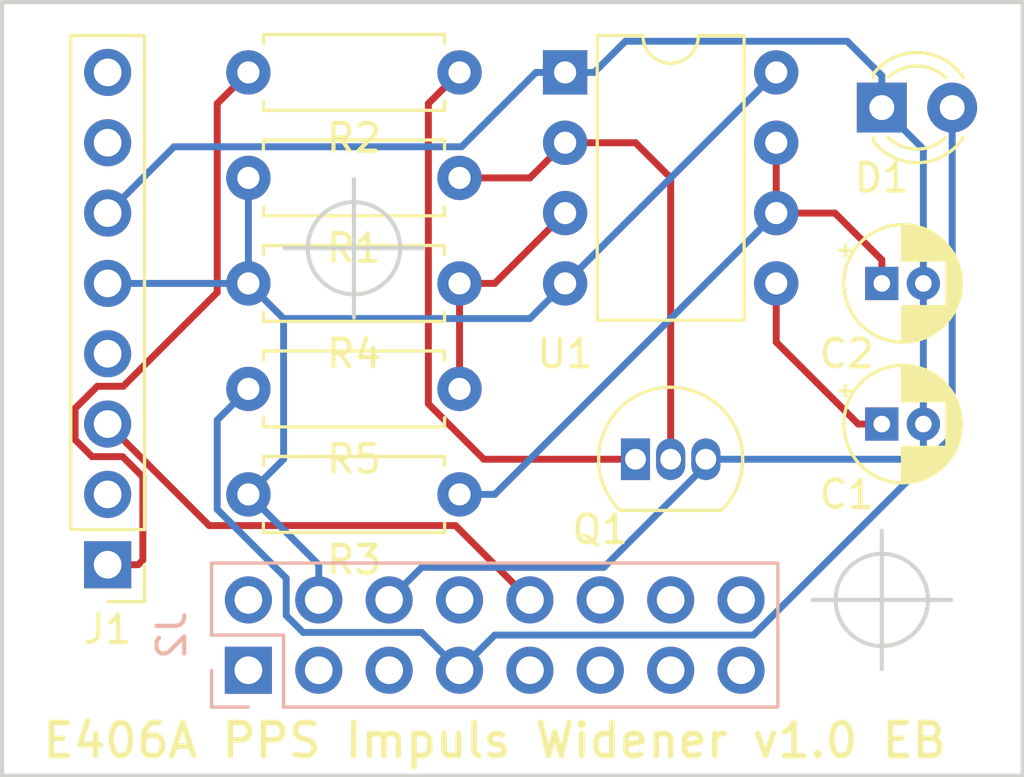
<source format=kicad_pcb>
(kicad_pcb (version 20171130) (host pcbnew 5.0.0-fee4fd1~66~ubuntu16.04.1)

  (general
    (thickness 1.6)
    (drawings 7)
    (tracks 83)
    (zones 0)
    (modules 12)
    (nets 27)
  )

  (page A4)
  (layers
    (0 F.Cu signal)
    (31 B.Cu signal)
    (32 B.Adhes user hide)
    (33 F.Adhes user hide)
    (34 B.Paste user hide)
    (35 F.Paste user hide)
    (36 B.SilkS user)
    (37 F.SilkS user)
    (38 B.Mask user)
    (39 F.Mask user)
    (40 Dwgs.User user hide)
    (41 Cmts.User user hide)
    (42 Eco1.User user hide)
    (43 Eco2.User user hide)
    (44 Edge.Cuts user)
    (45 Margin user hide)
    (46 B.CrtYd user hide)
    (47 F.CrtYd user hide)
    (48 B.Fab user hide)
    (49 F.Fab user hide)
  )

  (setup
    (last_trace_width 0.25)
    (trace_clearance 0.2)
    (zone_clearance 0.508)
    (zone_45_only no)
    (trace_min 0.2)
    (segment_width 0.2)
    (edge_width 0.15)
    (via_size 0.8)
    (via_drill 0.4)
    (via_min_size 0.4)
    (via_min_drill 0.3)
    (uvia_size 0.3)
    (uvia_drill 0.1)
    (uvias_allowed no)
    (uvia_min_size 0.2)
    (uvia_min_drill 0.1)
    (pcb_text_width 0.3)
    (pcb_text_size 1.5 1.5)
    (mod_edge_width 0.15)
    (mod_text_size 1 1)
    (mod_text_width 0.15)
    (pad_size 1.524 1.524)
    (pad_drill 0.762)
    (pad_to_mask_clearance 0.2)
    (aux_axis_origin 0 0)
    (visible_elements FFFFFF7F)
    (pcbplotparams
      (layerselection 0x010f0_ffffffff)
      (usegerberextensions false)
      (usegerberattributes false)
      (usegerberadvancedattributes false)
      (creategerberjobfile false)
      (excludeedgelayer true)
      (linewidth 0.100000)
      (plotframeref false)
      (viasonmask false)
      (mode 1)
      (useauxorigin false)
      (hpglpennumber 1)
      (hpglpenspeed 20)
      (hpglpendiameter 15.000000)
      (psnegative false)
      (psa4output false)
      (plotreference true)
      (plotvalue true)
      (plotinvisibletext false)
      (padsonsilk false)
      (subtractmaskfromsilk false)
      (outputformat 1)
      (mirror false)
      (drillshape 0)
      (scaleselection 1)
      (outputdirectory ""))
  )

  (net 0 "")
  (net 1 GND)
  (net 2 "Net-(Q1-Pad1)")
  (net 3 "Net-(J1-Pad3)")
  (net 4 VCC)
  (net 5 "Net-(C2-Pad1)")
  (net 6 "Net-(R4-Pad2)")
  (net 7 "Net-(D1-Pad2)")
  (net 8 "Net-(Q1-Pad2)")
  (net 9 "Net-(C1-Pad1)")
  (net 10 "Net-(J1-Pad2)")
  (net 11 "Net-(J1-Pad1)")
  (net 12 "Net-(J1-Pad4)")
  (net 13 "Net-(J2-Pad1)")
  (net 14 "Net-(J2-Pad2)")
  (net 15 "Net-(J2-Pad3)")
  (net 16 "Net-(J2-Pad5)")
  (net 17 "Net-(J2-Pad8)")
  (net 18 "Net-(J2-Pad9)")
  (net 19 "Net-(J2-Pad11)")
  (net 20 "Net-(J2-Pad12)")
  (net 21 "Net-(J2-Pad13)")
  (net 22 "Net-(J2-Pad14)")
  (net 23 "Net-(J2-Pad15)")
  (net 24 "Net-(J2-Pad16)")
  (net 25 "Net-(J1-Pad7)")
  (net 26 "Net-(J1-Pad8)")

  (net_class Default "This is the default net class."
    (clearance 0.2)
    (trace_width 0.25)
    (via_dia 0.8)
    (via_drill 0.4)
    (uvia_dia 0.3)
    (uvia_drill 0.1)
    (add_net GND)
    (add_net "Net-(C1-Pad1)")
    (add_net "Net-(C2-Pad1)")
    (add_net "Net-(D1-Pad2)")
    (add_net "Net-(J1-Pad1)")
    (add_net "Net-(J1-Pad2)")
    (add_net "Net-(J1-Pad3)")
    (add_net "Net-(J1-Pad4)")
    (add_net "Net-(J1-Pad7)")
    (add_net "Net-(J1-Pad8)")
    (add_net "Net-(J2-Pad1)")
    (add_net "Net-(J2-Pad11)")
    (add_net "Net-(J2-Pad12)")
    (add_net "Net-(J2-Pad13)")
    (add_net "Net-(J2-Pad14)")
    (add_net "Net-(J2-Pad15)")
    (add_net "Net-(J2-Pad16)")
    (add_net "Net-(J2-Pad2)")
    (add_net "Net-(J2-Pad3)")
    (add_net "Net-(J2-Pad5)")
    (add_net "Net-(J2-Pad8)")
    (add_net "Net-(J2-Pad9)")
    (add_net "Net-(Q1-Pad1)")
    (add_net "Net-(Q1-Pad2)")
    (add_net "Net-(R4-Pad2)")
    (add_net VCC)
  )

  (module Connector_PinSocket_2.54mm:PinSocket_2x08_P2.54mm_Vertical (layer B.Cu) (tedit 5A19A42B) (tstamp 5B965EC8)
    (at 172.72 48.26 270)
    (descr "Through hole straight socket strip, 2x08, 2.54mm pitch, double cols (from Kicad 4.0.7), script generated")
    (tags "Through hole socket strip THT 2x08 2.54mm double row")
    (path /5B7079DD)
    (fp_text reference J2 (at -1.27 2.77 270) (layer B.SilkS)
      (effects (font (size 1 1) (thickness 0.15)) (justify mirror))
    )
    (fp_text value "Raspberry Pi" (at -1.27 -20.55 270) (layer B.Fab)
      (effects (font (size 1 1) (thickness 0.15)) (justify mirror))
    )
    (fp_line (start -3.81 1.27) (end 0.27 1.27) (layer B.Fab) (width 0.1))
    (fp_line (start 0.27 1.27) (end 1.27 0.27) (layer B.Fab) (width 0.1))
    (fp_line (start 1.27 0.27) (end 1.27 -19.05) (layer B.Fab) (width 0.1))
    (fp_line (start 1.27 -19.05) (end -3.81 -19.05) (layer B.Fab) (width 0.1))
    (fp_line (start -3.81 -19.05) (end -3.81 1.27) (layer B.Fab) (width 0.1))
    (fp_line (start -3.87 1.33) (end -1.27 1.33) (layer B.SilkS) (width 0.12))
    (fp_line (start -3.87 1.33) (end -3.87 -19.11) (layer B.SilkS) (width 0.12))
    (fp_line (start -3.87 -19.11) (end 1.33 -19.11) (layer B.SilkS) (width 0.12))
    (fp_line (start 1.33 -1.27) (end 1.33 -19.11) (layer B.SilkS) (width 0.12))
    (fp_line (start -1.27 -1.27) (end 1.33 -1.27) (layer B.SilkS) (width 0.12))
    (fp_line (start -1.27 1.33) (end -1.27 -1.27) (layer B.SilkS) (width 0.12))
    (fp_line (start 1.33 1.33) (end 1.33 0) (layer B.SilkS) (width 0.12))
    (fp_line (start 0 1.33) (end 1.33 1.33) (layer B.SilkS) (width 0.12))
    (fp_line (start -4.34 1.8) (end 1.76 1.8) (layer B.CrtYd) (width 0.05))
    (fp_line (start 1.76 1.8) (end 1.76 -19.55) (layer B.CrtYd) (width 0.05))
    (fp_line (start 1.76 -19.55) (end -4.34 -19.55) (layer B.CrtYd) (width 0.05))
    (fp_line (start -4.34 -19.55) (end -4.34 1.8) (layer B.CrtYd) (width 0.05))
    (fp_text user %R (at -1.27 -8.89 180) (layer B.Fab)
      (effects (font (size 1 1) (thickness 0.15)) (justify mirror))
    )
    (pad 1 thru_hole rect (at 0 0 270) (size 1.7 1.7) (drill 1) (layers *.Cu *.Mask)
      (net 13 "Net-(J2-Pad1)"))
    (pad 2 thru_hole oval (at -2.54 0 270) (size 1.7 1.7) (drill 1) (layers *.Cu *.Mask)
      (net 14 "Net-(J2-Pad2)"))
    (pad 3 thru_hole oval (at 0 -2.54 270) (size 1.7 1.7) (drill 1) (layers *.Cu *.Mask)
      (net 15 "Net-(J2-Pad3)"))
    (pad 4 thru_hole oval (at -2.54 -2.54 270) (size 1.7 1.7) (drill 1) (layers *.Cu *.Mask)
      (net 4 VCC))
    (pad 5 thru_hole oval (at 0 -5.08 270) (size 1.7 1.7) (drill 1) (layers *.Cu *.Mask)
      (net 16 "Net-(J2-Pad5)"))
    (pad 6 thru_hole oval (at -2.54 -5.08 270) (size 1.7 1.7) (drill 1) (layers *.Cu *.Mask)
      (net 1 GND))
    (pad 7 thru_hole oval (at 0 -7.62 270) (size 1.7 1.7) (drill 1) (layers *.Cu *.Mask)
      (net 7 "Net-(D1-Pad2)"))
    (pad 8 thru_hole oval (at -2.54 -7.62 270) (size 1.7 1.7) (drill 1) (layers *.Cu *.Mask)
      (net 17 "Net-(J2-Pad8)"))
    (pad 9 thru_hole oval (at 0 -10.16 270) (size 1.7 1.7) (drill 1) (layers *.Cu *.Mask)
      (net 18 "Net-(J2-Pad9)"))
    (pad 10 thru_hole oval (at -2.54 -10.16 270) (size 1.7 1.7) (drill 1) (layers *.Cu *.Mask)
      (net 3 "Net-(J1-Pad3)"))
    (pad 11 thru_hole oval (at 0 -12.7 270) (size 1.7 1.7) (drill 1) (layers *.Cu *.Mask)
      (net 19 "Net-(J2-Pad11)"))
    (pad 12 thru_hole oval (at -2.54 -12.7 270) (size 1.7 1.7) (drill 1) (layers *.Cu *.Mask)
      (net 20 "Net-(J2-Pad12)"))
    (pad 13 thru_hole oval (at 0 -15.24 270) (size 1.7 1.7) (drill 1) (layers *.Cu *.Mask)
      (net 21 "Net-(J2-Pad13)"))
    (pad 14 thru_hole oval (at -2.54 -15.24 270) (size 1.7 1.7) (drill 1) (layers *.Cu *.Mask)
      (net 22 "Net-(J2-Pad14)"))
    (pad 15 thru_hole oval (at 0 -17.78 270) (size 1.7 1.7) (drill 1) (layers *.Cu *.Mask)
      (net 23 "Net-(J2-Pad15)"))
    (pad 16 thru_hole oval (at -2.54 -17.78 270) (size 1.7 1.7) (drill 1) (layers *.Cu *.Mask)
      (net 24 "Net-(J2-Pad16)"))
    (model ${KISYS3DMOD}/Connector_PinSocket_2.54mm.3dshapes/PinSocket_2x08_P2.54mm_Vertical.wrl
      (at (xyz 0 0 0))
      (scale (xyz 1 1 1))
      (rotate (xyz 0 0 0))
    )
  )

  (module Connector_PinHeader_2.54mm:PinHeader_1x08_P2.54mm_Vertical (layer F.Cu) (tedit 59FED5CC) (tstamp 5B9653FC)
    (at 167.64 44.45 180)
    (descr "Through hole straight pin header, 1x08, 2.54mm pitch, single row")
    (tags "Through hole pin header THT 1x08 2.54mm single row")
    (path /5B705252)
    (fp_text reference J1 (at 0 -2.33 180) (layer F.SilkS)
      (effects (font (size 1 1) (thickness 0.15)))
    )
    (fp_text value "GPS E406A" (at 0 20.11 180) (layer F.Fab)
      (effects (font (size 1 1) (thickness 0.15)))
    )
    (fp_line (start -0.635 -1.27) (end 1.27 -1.27) (layer F.Fab) (width 0.1))
    (fp_line (start 1.27 -1.27) (end 1.27 19.05) (layer F.Fab) (width 0.1))
    (fp_line (start 1.27 19.05) (end -1.27 19.05) (layer F.Fab) (width 0.1))
    (fp_line (start -1.27 19.05) (end -1.27 -0.635) (layer F.Fab) (width 0.1))
    (fp_line (start -1.27 -0.635) (end -0.635 -1.27) (layer F.Fab) (width 0.1))
    (fp_line (start -1.33 19.11) (end 1.33 19.11) (layer F.SilkS) (width 0.12))
    (fp_line (start -1.33 1.27) (end -1.33 19.11) (layer F.SilkS) (width 0.12))
    (fp_line (start 1.33 1.27) (end 1.33 19.11) (layer F.SilkS) (width 0.12))
    (fp_line (start -1.33 1.27) (end 1.33 1.27) (layer F.SilkS) (width 0.12))
    (fp_line (start -1.33 0) (end -1.33 -1.33) (layer F.SilkS) (width 0.12))
    (fp_line (start -1.33 -1.33) (end 0 -1.33) (layer F.SilkS) (width 0.12))
    (fp_line (start -1.8 -1.8) (end -1.8 19.55) (layer F.CrtYd) (width 0.05))
    (fp_line (start -1.8 19.55) (end 1.8 19.55) (layer F.CrtYd) (width 0.05))
    (fp_line (start 1.8 19.55) (end 1.8 -1.8) (layer F.CrtYd) (width 0.05))
    (fp_line (start 1.8 -1.8) (end -1.8 -1.8) (layer F.CrtYd) (width 0.05))
    (fp_text user %R (at 0 8.89 270) (layer F.Fab)
      (effects (font (size 1 1) (thickness 0.15)))
    )
    (pad 1 thru_hole rect (at 0 0 180) (size 1.7 1.7) (drill 1) (layers *.Cu *.Mask)
      (net 11 "Net-(J1-Pad1)"))
    (pad 2 thru_hole oval (at 0 2.54 180) (size 1.7 1.7) (drill 1) (layers *.Cu *.Mask)
      (net 10 "Net-(J1-Pad2)"))
    (pad 3 thru_hole oval (at 0 5.08 180) (size 1.7 1.7) (drill 1) (layers *.Cu *.Mask)
      (net 3 "Net-(J1-Pad3)"))
    (pad 4 thru_hole oval (at 0 7.62 180) (size 1.7 1.7) (drill 1) (layers *.Cu *.Mask)
      (net 12 "Net-(J1-Pad4)"))
    (pad 5 thru_hole oval (at 0 10.16 180) (size 1.7 1.7) (drill 1) (layers *.Cu *.Mask)
      (net 4 VCC))
    (pad 6 thru_hole oval (at 0 12.7 180) (size 1.7 1.7) (drill 1) (layers *.Cu *.Mask)
      (net 1 GND))
    (pad 7 thru_hole oval (at 0 15.24 180) (size 1.7 1.7) (drill 1) (layers *.Cu *.Mask)
      (net 25 "Net-(J1-Pad7)"))
    (pad 8 thru_hole oval (at 0 17.78 180) (size 1.7 1.7) (drill 1) (layers *.Cu *.Mask)
      (net 26 "Net-(J1-Pad8)"))
    (model ${KISYS3DMOD}/Connector_PinHeader_2.54mm.3dshapes/PinHeader_1x08_P2.54mm_Vertical.wrl
      (at (xyz 0 0 0))
      (scale (xyz 1 1 1))
      (rotate (xyz 0 0 0))
    )
  )

  (module Resistor_THT:R_Axial_DIN0207_L6.3mm_D2.5mm_P7.62mm_Horizontal (layer F.Cu) (tedit 5AE5139B) (tstamp 5B7C4122)
    (at 172.72 30.48)
    (descr "Resistor, Axial_DIN0207 series, Axial, Horizontal, pin pitch=7.62mm, 0.25W = 1/4W, length*diameter=6.3*2.5mm^2, http://cdn-reichelt.de/documents/datenblatt/B400/1_4W%23YAG.pdf")
    (tags "Resistor Axial_DIN0207 series Axial Horizontal pin pitch 7.62mm 0.25W = 1/4W length 6.3mm diameter 2.5mm")
    (path /5B6FCB53)
    (fp_text reference R1 (at 3.81 2.54) (layer F.SilkS)
      (effects (font (size 1 1) (thickness 0.15)))
    )
    (fp_text value 3K3 (at 3.81 2.37) (layer F.Fab)
      (effects (font (size 1 1) (thickness 0.15)))
    )
    (fp_line (start 0.66 -1.25) (end 0.66 1.25) (layer F.Fab) (width 0.1))
    (fp_line (start 0.66 1.25) (end 6.96 1.25) (layer F.Fab) (width 0.1))
    (fp_line (start 6.96 1.25) (end 6.96 -1.25) (layer F.Fab) (width 0.1))
    (fp_line (start 6.96 -1.25) (end 0.66 -1.25) (layer F.Fab) (width 0.1))
    (fp_line (start 0 0) (end 0.66 0) (layer F.Fab) (width 0.1))
    (fp_line (start 7.62 0) (end 6.96 0) (layer F.Fab) (width 0.1))
    (fp_line (start 0.54 -1.04) (end 0.54 -1.37) (layer F.SilkS) (width 0.12))
    (fp_line (start 0.54 -1.37) (end 7.08 -1.37) (layer F.SilkS) (width 0.12))
    (fp_line (start 7.08 -1.37) (end 7.08 -1.04) (layer F.SilkS) (width 0.12))
    (fp_line (start 0.54 1.04) (end 0.54 1.37) (layer F.SilkS) (width 0.12))
    (fp_line (start 0.54 1.37) (end 7.08 1.37) (layer F.SilkS) (width 0.12))
    (fp_line (start 7.08 1.37) (end 7.08 1.04) (layer F.SilkS) (width 0.12))
    (fp_line (start -1.05 -1.5) (end -1.05 1.5) (layer F.CrtYd) (width 0.05))
    (fp_line (start -1.05 1.5) (end 8.67 1.5) (layer F.CrtYd) (width 0.05))
    (fp_line (start 8.67 1.5) (end 8.67 -1.5) (layer F.CrtYd) (width 0.05))
    (fp_line (start 8.67 -1.5) (end -1.05 -1.5) (layer F.CrtYd) (width 0.05))
    (fp_text user %R (at 3.81 0) (layer F.Fab)
      (effects (font (size 1 1) (thickness 0.15)))
    )
    (pad 1 thru_hole circle (at 0 0) (size 1.6 1.6) (drill 0.8) (layers *.Cu *.Mask)
      (net 4 VCC))
    (pad 2 thru_hole oval (at 7.62 0) (size 1.6 1.6) (drill 0.8) (layers *.Cu *.Mask)
      (net 8 "Net-(Q1-Pad2)"))
    (model ${KISYS3DMOD}/Resistor_THT.3dshapes/R_Axial_DIN0207_L6.3mm_D2.5mm_P7.62mm_Horizontal.wrl
      (at (xyz 0 0 0))
      (scale (xyz 1 1 1))
      (rotate (xyz 0 0 0))
    )
  )

  (module Package_TO_SOT_THT:TO-92_Inline (layer F.Cu) (tedit 5A1DD157) (tstamp 5B7C39CF)
    (at 186.69 40.64)
    (descr "TO-92 leads in-line, narrow, oval pads, drill 0.75mm (see NXP sot054_po.pdf)")
    (tags "to-92 sc-43 sc-43a sot54 PA33 transistor")
    (path /5B6FC9ED)
    (fp_text reference Q1 (at -1.27 2.54) (layer F.SilkS)
      (effects (font (size 1 1) (thickness 0.15)))
    )
    (fp_text value 2N3904 (at 1.27 2.79) (layer F.Fab)
      (effects (font (size 1 1) (thickness 0.15)))
    )
    (fp_text user %R (at 1.27 -3.56) (layer F.Fab)
      (effects (font (size 1 1) (thickness 0.15)))
    )
    (fp_line (start -0.53 1.85) (end 3.07 1.85) (layer F.SilkS) (width 0.12))
    (fp_line (start -0.5 1.75) (end 3 1.75) (layer F.Fab) (width 0.1))
    (fp_line (start -1.46 -2.73) (end 4 -2.73) (layer F.CrtYd) (width 0.05))
    (fp_line (start -1.46 -2.73) (end -1.46 2.01) (layer F.CrtYd) (width 0.05))
    (fp_line (start 4 2.01) (end 4 -2.73) (layer F.CrtYd) (width 0.05))
    (fp_line (start 4 2.01) (end -1.46 2.01) (layer F.CrtYd) (width 0.05))
    (fp_arc (start 1.27 0) (end 1.27 -2.48) (angle 135) (layer F.Fab) (width 0.1))
    (fp_arc (start 1.27 0) (end 1.27 -2.6) (angle -135) (layer F.SilkS) (width 0.12))
    (fp_arc (start 1.27 0) (end 1.27 -2.48) (angle -135) (layer F.Fab) (width 0.1))
    (fp_arc (start 1.27 0) (end 1.27 -2.6) (angle 135) (layer F.SilkS) (width 0.12))
    (pad 2 thru_hole oval (at 1.27 0) (size 1.05 1.5) (drill 0.75) (layers *.Cu *.Mask)
      (net 8 "Net-(Q1-Pad2)"))
    (pad 3 thru_hole oval (at 2.54 0) (size 1.05 1.5) (drill 0.75) (layers *.Cu *.Mask)
      (net 1 GND))
    (pad 1 thru_hole rect (at 0 0) (size 1.05 1.5) (drill 0.75) (layers *.Cu *.Mask)
      (net 2 "Net-(Q1-Pad1)"))
    (model ${KISYS3DMOD}/Package_TO_SOT_THT.3dshapes/TO-92_Inline.wrl
      (at (xyz 0 0 0))
      (scale (xyz 1 1 1))
      (rotate (xyz 0 0 0))
    )
  )

  (module Capacitor_THT:CP_Radial_D4.0mm_P1.50mm (layer F.Cu) (tedit 5AE50EF0) (tstamp 5B7C329C)
    (at 195.58 34.29)
    (descr "CP, Radial series, Radial, pin pitch=1.50mm, , diameter=4mm, Electrolytic Capacitor")
    (tags "CP Radial series Radial pin pitch 1.50mm  diameter 4mm Electrolytic Capacitor")
    (path /5B6F8CD0)
    (fp_text reference C2 (at -1.27 2.54) (layer F.SilkS)
      (effects (font (size 1 1) (thickness 0.15)))
    )
    (fp_text value 1u (at 0.75 3.25) (layer F.Fab)
      (effects (font (size 1 1) (thickness 0.15)))
    )
    (fp_text user %R (at 0.75 0) (layer F.Fab)
      (effects (font (size 0.8 0.8) (thickness 0.12)))
    )
    (fp_line (start -1.319801 -1.395) (end -1.319801 -0.995) (layer F.SilkS) (width 0.12))
    (fp_line (start -1.519801 -1.195) (end -1.119801 -1.195) (layer F.SilkS) (width 0.12))
    (fp_line (start 2.831 -0.37) (end 2.831 0.37) (layer F.SilkS) (width 0.12))
    (fp_line (start 2.791 -0.537) (end 2.791 0.537) (layer F.SilkS) (width 0.12))
    (fp_line (start 2.751 -0.664) (end 2.751 0.664) (layer F.SilkS) (width 0.12))
    (fp_line (start 2.711 -0.768) (end 2.711 0.768) (layer F.SilkS) (width 0.12))
    (fp_line (start 2.671 -0.859) (end 2.671 0.859) (layer F.SilkS) (width 0.12))
    (fp_line (start 2.631 -0.94) (end 2.631 0.94) (layer F.SilkS) (width 0.12))
    (fp_line (start 2.591 -1.013) (end 2.591 1.013) (layer F.SilkS) (width 0.12))
    (fp_line (start 2.551 -1.08) (end 2.551 1.08) (layer F.SilkS) (width 0.12))
    (fp_line (start 2.511 -1.142) (end 2.511 1.142) (layer F.SilkS) (width 0.12))
    (fp_line (start 2.471 -1.2) (end 2.471 1.2) (layer F.SilkS) (width 0.12))
    (fp_line (start 2.431 -1.254) (end 2.431 1.254) (layer F.SilkS) (width 0.12))
    (fp_line (start 2.391 -1.304) (end 2.391 1.304) (layer F.SilkS) (width 0.12))
    (fp_line (start 2.351 -1.351) (end 2.351 1.351) (layer F.SilkS) (width 0.12))
    (fp_line (start 2.311 0.84) (end 2.311 1.396) (layer F.SilkS) (width 0.12))
    (fp_line (start 2.311 -1.396) (end 2.311 -0.84) (layer F.SilkS) (width 0.12))
    (fp_line (start 2.271 0.84) (end 2.271 1.438) (layer F.SilkS) (width 0.12))
    (fp_line (start 2.271 -1.438) (end 2.271 -0.84) (layer F.SilkS) (width 0.12))
    (fp_line (start 2.231 0.84) (end 2.231 1.478) (layer F.SilkS) (width 0.12))
    (fp_line (start 2.231 -1.478) (end 2.231 -0.84) (layer F.SilkS) (width 0.12))
    (fp_line (start 2.191 0.84) (end 2.191 1.516) (layer F.SilkS) (width 0.12))
    (fp_line (start 2.191 -1.516) (end 2.191 -0.84) (layer F.SilkS) (width 0.12))
    (fp_line (start 2.151 0.84) (end 2.151 1.552) (layer F.SilkS) (width 0.12))
    (fp_line (start 2.151 -1.552) (end 2.151 -0.84) (layer F.SilkS) (width 0.12))
    (fp_line (start 2.111 0.84) (end 2.111 1.587) (layer F.SilkS) (width 0.12))
    (fp_line (start 2.111 -1.587) (end 2.111 -0.84) (layer F.SilkS) (width 0.12))
    (fp_line (start 2.071 0.84) (end 2.071 1.619) (layer F.SilkS) (width 0.12))
    (fp_line (start 2.071 -1.619) (end 2.071 -0.84) (layer F.SilkS) (width 0.12))
    (fp_line (start 2.031 0.84) (end 2.031 1.65) (layer F.SilkS) (width 0.12))
    (fp_line (start 2.031 -1.65) (end 2.031 -0.84) (layer F.SilkS) (width 0.12))
    (fp_line (start 1.991 0.84) (end 1.991 1.68) (layer F.SilkS) (width 0.12))
    (fp_line (start 1.991 -1.68) (end 1.991 -0.84) (layer F.SilkS) (width 0.12))
    (fp_line (start 1.951 0.84) (end 1.951 1.708) (layer F.SilkS) (width 0.12))
    (fp_line (start 1.951 -1.708) (end 1.951 -0.84) (layer F.SilkS) (width 0.12))
    (fp_line (start 1.911 0.84) (end 1.911 1.735) (layer F.SilkS) (width 0.12))
    (fp_line (start 1.911 -1.735) (end 1.911 -0.84) (layer F.SilkS) (width 0.12))
    (fp_line (start 1.871 0.84) (end 1.871 1.76) (layer F.SilkS) (width 0.12))
    (fp_line (start 1.871 -1.76) (end 1.871 -0.84) (layer F.SilkS) (width 0.12))
    (fp_line (start 1.831 0.84) (end 1.831 1.785) (layer F.SilkS) (width 0.12))
    (fp_line (start 1.831 -1.785) (end 1.831 -0.84) (layer F.SilkS) (width 0.12))
    (fp_line (start 1.791 0.84) (end 1.791 1.808) (layer F.SilkS) (width 0.12))
    (fp_line (start 1.791 -1.808) (end 1.791 -0.84) (layer F.SilkS) (width 0.12))
    (fp_line (start 1.751 0.84) (end 1.751 1.83) (layer F.SilkS) (width 0.12))
    (fp_line (start 1.751 -1.83) (end 1.751 -0.84) (layer F.SilkS) (width 0.12))
    (fp_line (start 1.711 0.84) (end 1.711 1.851) (layer F.SilkS) (width 0.12))
    (fp_line (start 1.711 -1.851) (end 1.711 -0.84) (layer F.SilkS) (width 0.12))
    (fp_line (start 1.671 0.84) (end 1.671 1.87) (layer F.SilkS) (width 0.12))
    (fp_line (start 1.671 -1.87) (end 1.671 -0.84) (layer F.SilkS) (width 0.12))
    (fp_line (start 1.631 0.84) (end 1.631 1.889) (layer F.SilkS) (width 0.12))
    (fp_line (start 1.631 -1.889) (end 1.631 -0.84) (layer F.SilkS) (width 0.12))
    (fp_line (start 1.591 0.84) (end 1.591 1.907) (layer F.SilkS) (width 0.12))
    (fp_line (start 1.591 -1.907) (end 1.591 -0.84) (layer F.SilkS) (width 0.12))
    (fp_line (start 1.551 0.84) (end 1.551 1.924) (layer F.SilkS) (width 0.12))
    (fp_line (start 1.551 -1.924) (end 1.551 -0.84) (layer F.SilkS) (width 0.12))
    (fp_line (start 1.511 0.84) (end 1.511 1.94) (layer F.SilkS) (width 0.12))
    (fp_line (start 1.511 -1.94) (end 1.511 -0.84) (layer F.SilkS) (width 0.12))
    (fp_line (start 1.471 0.84) (end 1.471 1.954) (layer F.SilkS) (width 0.12))
    (fp_line (start 1.471 -1.954) (end 1.471 -0.84) (layer F.SilkS) (width 0.12))
    (fp_line (start 1.43 0.84) (end 1.43 1.968) (layer F.SilkS) (width 0.12))
    (fp_line (start 1.43 -1.968) (end 1.43 -0.84) (layer F.SilkS) (width 0.12))
    (fp_line (start 1.39 0.84) (end 1.39 1.982) (layer F.SilkS) (width 0.12))
    (fp_line (start 1.39 -1.982) (end 1.39 -0.84) (layer F.SilkS) (width 0.12))
    (fp_line (start 1.35 0.84) (end 1.35 1.994) (layer F.SilkS) (width 0.12))
    (fp_line (start 1.35 -1.994) (end 1.35 -0.84) (layer F.SilkS) (width 0.12))
    (fp_line (start 1.31 0.84) (end 1.31 2.005) (layer F.SilkS) (width 0.12))
    (fp_line (start 1.31 -2.005) (end 1.31 -0.84) (layer F.SilkS) (width 0.12))
    (fp_line (start 1.27 0.84) (end 1.27 2.016) (layer F.SilkS) (width 0.12))
    (fp_line (start 1.27 -2.016) (end 1.27 -0.84) (layer F.SilkS) (width 0.12))
    (fp_line (start 1.23 0.84) (end 1.23 2.025) (layer F.SilkS) (width 0.12))
    (fp_line (start 1.23 -2.025) (end 1.23 -0.84) (layer F.SilkS) (width 0.12))
    (fp_line (start 1.19 0.84) (end 1.19 2.034) (layer F.SilkS) (width 0.12))
    (fp_line (start 1.19 -2.034) (end 1.19 -0.84) (layer F.SilkS) (width 0.12))
    (fp_line (start 1.15 0.84) (end 1.15 2.042) (layer F.SilkS) (width 0.12))
    (fp_line (start 1.15 -2.042) (end 1.15 -0.84) (layer F.SilkS) (width 0.12))
    (fp_line (start 1.11 0.84) (end 1.11 2.05) (layer F.SilkS) (width 0.12))
    (fp_line (start 1.11 -2.05) (end 1.11 -0.84) (layer F.SilkS) (width 0.12))
    (fp_line (start 1.07 0.84) (end 1.07 2.056) (layer F.SilkS) (width 0.12))
    (fp_line (start 1.07 -2.056) (end 1.07 -0.84) (layer F.SilkS) (width 0.12))
    (fp_line (start 1.03 0.84) (end 1.03 2.062) (layer F.SilkS) (width 0.12))
    (fp_line (start 1.03 -2.062) (end 1.03 -0.84) (layer F.SilkS) (width 0.12))
    (fp_line (start 0.99 0.84) (end 0.99 2.067) (layer F.SilkS) (width 0.12))
    (fp_line (start 0.99 -2.067) (end 0.99 -0.84) (layer F.SilkS) (width 0.12))
    (fp_line (start 0.95 0.84) (end 0.95 2.071) (layer F.SilkS) (width 0.12))
    (fp_line (start 0.95 -2.071) (end 0.95 -0.84) (layer F.SilkS) (width 0.12))
    (fp_line (start 0.91 0.84) (end 0.91 2.074) (layer F.SilkS) (width 0.12))
    (fp_line (start 0.91 -2.074) (end 0.91 -0.84) (layer F.SilkS) (width 0.12))
    (fp_line (start 0.87 0.84) (end 0.87 2.077) (layer F.SilkS) (width 0.12))
    (fp_line (start 0.87 -2.077) (end 0.87 -0.84) (layer F.SilkS) (width 0.12))
    (fp_line (start 0.83 -2.079) (end 0.83 -0.84) (layer F.SilkS) (width 0.12))
    (fp_line (start 0.83 0.84) (end 0.83 2.079) (layer F.SilkS) (width 0.12))
    (fp_line (start 0.79 -2.08) (end 0.79 -0.84) (layer F.SilkS) (width 0.12))
    (fp_line (start 0.79 0.84) (end 0.79 2.08) (layer F.SilkS) (width 0.12))
    (fp_line (start 0.75 -2.08) (end 0.75 -0.84) (layer F.SilkS) (width 0.12))
    (fp_line (start 0.75 0.84) (end 0.75 2.08) (layer F.SilkS) (width 0.12))
    (fp_line (start -0.752554 -1.0675) (end -0.752554 -0.6675) (layer F.Fab) (width 0.1))
    (fp_line (start -0.952554 -0.8675) (end -0.552554 -0.8675) (layer F.Fab) (width 0.1))
    (fp_circle (center 0.75 0) (end 3 0) (layer F.CrtYd) (width 0.05))
    (fp_circle (center 0.75 0) (end 2.87 0) (layer F.SilkS) (width 0.12))
    (fp_circle (center 0.75 0) (end 2.75 0) (layer F.Fab) (width 0.1))
    (pad 2 thru_hole circle (at 1.5 0) (size 1.2 1.2) (drill 0.6) (layers *.Cu *.Mask)
      (net 1 GND))
    (pad 1 thru_hole rect (at 0 0) (size 1.2 1.2) (drill 0.6) (layers *.Cu *.Mask)
      (net 5 "Net-(C2-Pad1)"))
    (model ${KISYS3DMOD}/Capacitor_THT.3dshapes/CP_Radial_D4.0mm_P1.50mm.wrl
      (at (xyz 0 0 0))
      (scale (xyz 1 1 1))
      (rotate (xyz 0 0 0))
    )
  )

  (module Capacitor_THT:CP_Radial_D4.0mm_P1.50mm (layer F.Cu) (tedit 5AE50EF0) (tstamp 5B7C3231)
    (at 195.58 39.37)
    (descr "CP, Radial series, Radial, pin pitch=1.50mm, , diameter=4mm, Electrolytic Capacitor")
    (tags "CP Radial series Radial pin pitch 1.50mm  diameter 4mm Electrolytic Capacitor")
    (path /5B6F8D6C)
    (fp_text reference C1 (at -1.27 2.54) (layer F.SilkS)
      (effects (font (size 1 1) (thickness 0.15)))
    )
    (fp_text value 1u (at 0.75 3.25) (layer F.Fab)
      (effects (font (size 1 1) (thickness 0.15)))
    )
    (fp_circle (center 0.75 0) (end 2.75 0) (layer F.Fab) (width 0.1))
    (fp_circle (center 0.75 0) (end 2.87 0) (layer F.SilkS) (width 0.12))
    (fp_circle (center 0.75 0) (end 3 0) (layer F.CrtYd) (width 0.05))
    (fp_line (start -0.952554 -0.8675) (end -0.552554 -0.8675) (layer F.Fab) (width 0.1))
    (fp_line (start -0.752554 -1.0675) (end -0.752554 -0.6675) (layer F.Fab) (width 0.1))
    (fp_line (start 0.75 0.84) (end 0.75 2.08) (layer F.SilkS) (width 0.12))
    (fp_line (start 0.75 -2.08) (end 0.75 -0.84) (layer F.SilkS) (width 0.12))
    (fp_line (start 0.79 0.84) (end 0.79 2.08) (layer F.SilkS) (width 0.12))
    (fp_line (start 0.79 -2.08) (end 0.79 -0.84) (layer F.SilkS) (width 0.12))
    (fp_line (start 0.83 0.84) (end 0.83 2.079) (layer F.SilkS) (width 0.12))
    (fp_line (start 0.83 -2.079) (end 0.83 -0.84) (layer F.SilkS) (width 0.12))
    (fp_line (start 0.87 -2.077) (end 0.87 -0.84) (layer F.SilkS) (width 0.12))
    (fp_line (start 0.87 0.84) (end 0.87 2.077) (layer F.SilkS) (width 0.12))
    (fp_line (start 0.91 -2.074) (end 0.91 -0.84) (layer F.SilkS) (width 0.12))
    (fp_line (start 0.91 0.84) (end 0.91 2.074) (layer F.SilkS) (width 0.12))
    (fp_line (start 0.95 -2.071) (end 0.95 -0.84) (layer F.SilkS) (width 0.12))
    (fp_line (start 0.95 0.84) (end 0.95 2.071) (layer F.SilkS) (width 0.12))
    (fp_line (start 0.99 -2.067) (end 0.99 -0.84) (layer F.SilkS) (width 0.12))
    (fp_line (start 0.99 0.84) (end 0.99 2.067) (layer F.SilkS) (width 0.12))
    (fp_line (start 1.03 -2.062) (end 1.03 -0.84) (layer F.SilkS) (width 0.12))
    (fp_line (start 1.03 0.84) (end 1.03 2.062) (layer F.SilkS) (width 0.12))
    (fp_line (start 1.07 -2.056) (end 1.07 -0.84) (layer F.SilkS) (width 0.12))
    (fp_line (start 1.07 0.84) (end 1.07 2.056) (layer F.SilkS) (width 0.12))
    (fp_line (start 1.11 -2.05) (end 1.11 -0.84) (layer F.SilkS) (width 0.12))
    (fp_line (start 1.11 0.84) (end 1.11 2.05) (layer F.SilkS) (width 0.12))
    (fp_line (start 1.15 -2.042) (end 1.15 -0.84) (layer F.SilkS) (width 0.12))
    (fp_line (start 1.15 0.84) (end 1.15 2.042) (layer F.SilkS) (width 0.12))
    (fp_line (start 1.19 -2.034) (end 1.19 -0.84) (layer F.SilkS) (width 0.12))
    (fp_line (start 1.19 0.84) (end 1.19 2.034) (layer F.SilkS) (width 0.12))
    (fp_line (start 1.23 -2.025) (end 1.23 -0.84) (layer F.SilkS) (width 0.12))
    (fp_line (start 1.23 0.84) (end 1.23 2.025) (layer F.SilkS) (width 0.12))
    (fp_line (start 1.27 -2.016) (end 1.27 -0.84) (layer F.SilkS) (width 0.12))
    (fp_line (start 1.27 0.84) (end 1.27 2.016) (layer F.SilkS) (width 0.12))
    (fp_line (start 1.31 -2.005) (end 1.31 -0.84) (layer F.SilkS) (width 0.12))
    (fp_line (start 1.31 0.84) (end 1.31 2.005) (layer F.SilkS) (width 0.12))
    (fp_line (start 1.35 -1.994) (end 1.35 -0.84) (layer F.SilkS) (width 0.12))
    (fp_line (start 1.35 0.84) (end 1.35 1.994) (layer F.SilkS) (width 0.12))
    (fp_line (start 1.39 -1.982) (end 1.39 -0.84) (layer F.SilkS) (width 0.12))
    (fp_line (start 1.39 0.84) (end 1.39 1.982) (layer F.SilkS) (width 0.12))
    (fp_line (start 1.43 -1.968) (end 1.43 -0.84) (layer F.SilkS) (width 0.12))
    (fp_line (start 1.43 0.84) (end 1.43 1.968) (layer F.SilkS) (width 0.12))
    (fp_line (start 1.471 -1.954) (end 1.471 -0.84) (layer F.SilkS) (width 0.12))
    (fp_line (start 1.471 0.84) (end 1.471 1.954) (layer F.SilkS) (width 0.12))
    (fp_line (start 1.511 -1.94) (end 1.511 -0.84) (layer F.SilkS) (width 0.12))
    (fp_line (start 1.511 0.84) (end 1.511 1.94) (layer F.SilkS) (width 0.12))
    (fp_line (start 1.551 -1.924) (end 1.551 -0.84) (layer F.SilkS) (width 0.12))
    (fp_line (start 1.551 0.84) (end 1.551 1.924) (layer F.SilkS) (width 0.12))
    (fp_line (start 1.591 -1.907) (end 1.591 -0.84) (layer F.SilkS) (width 0.12))
    (fp_line (start 1.591 0.84) (end 1.591 1.907) (layer F.SilkS) (width 0.12))
    (fp_line (start 1.631 -1.889) (end 1.631 -0.84) (layer F.SilkS) (width 0.12))
    (fp_line (start 1.631 0.84) (end 1.631 1.889) (layer F.SilkS) (width 0.12))
    (fp_line (start 1.671 -1.87) (end 1.671 -0.84) (layer F.SilkS) (width 0.12))
    (fp_line (start 1.671 0.84) (end 1.671 1.87) (layer F.SilkS) (width 0.12))
    (fp_line (start 1.711 -1.851) (end 1.711 -0.84) (layer F.SilkS) (width 0.12))
    (fp_line (start 1.711 0.84) (end 1.711 1.851) (layer F.SilkS) (width 0.12))
    (fp_line (start 1.751 -1.83) (end 1.751 -0.84) (layer F.SilkS) (width 0.12))
    (fp_line (start 1.751 0.84) (end 1.751 1.83) (layer F.SilkS) (width 0.12))
    (fp_line (start 1.791 -1.808) (end 1.791 -0.84) (layer F.SilkS) (width 0.12))
    (fp_line (start 1.791 0.84) (end 1.791 1.808) (layer F.SilkS) (width 0.12))
    (fp_line (start 1.831 -1.785) (end 1.831 -0.84) (layer F.SilkS) (width 0.12))
    (fp_line (start 1.831 0.84) (end 1.831 1.785) (layer F.SilkS) (width 0.12))
    (fp_line (start 1.871 -1.76) (end 1.871 -0.84) (layer F.SilkS) (width 0.12))
    (fp_line (start 1.871 0.84) (end 1.871 1.76) (layer F.SilkS) (width 0.12))
    (fp_line (start 1.911 -1.735) (end 1.911 -0.84) (layer F.SilkS) (width 0.12))
    (fp_line (start 1.911 0.84) (end 1.911 1.735) (layer F.SilkS) (width 0.12))
    (fp_line (start 1.951 -1.708) (end 1.951 -0.84) (layer F.SilkS) (width 0.12))
    (fp_line (start 1.951 0.84) (end 1.951 1.708) (layer F.SilkS) (width 0.12))
    (fp_line (start 1.991 -1.68) (end 1.991 -0.84) (layer F.SilkS) (width 0.12))
    (fp_line (start 1.991 0.84) (end 1.991 1.68) (layer F.SilkS) (width 0.12))
    (fp_line (start 2.031 -1.65) (end 2.031 -0.84) (layer F.SilkS) (width 0.12))
    (fp_line (start 2.031 0.84) (end 2.031 1.65) (layer F.SilkS) (width 0.12))
    (fp_line (start 2.071 -1.619) (end 2.071 -0.84) (layer F.SilkS) (width 0.12))
    (fp_line (start 2.071 0.84) (end 2.071 1.619) (layer F.SilkS) (width 0.12))
    (fp_line (start 2.111 -1.587) (end 2.111 -0.84) (layer F.SilkS) (width 0.12))
    (fp_line (start 2.111 0.84) (end 2.111 1.587) (layer F.SilkS) (width 0.12))
    (fp_line (start 2.151 -1.552) (end 2.151 -0.84) (layer F.SilkS) (width 0.12))
    (fp_line (start 2.151 0.84) (end 2.151 1.552) (layer F.SilkS) (width 0.12))
    (fp_line (start 2.191 -1.516) (end 2.191 -0.84) (layer F.SilkS) (width 0.12))
    (fp_line (start 2.191 0.84) (end 2.191 1.516) (layer F.SilkS) (width 0.12))
    (fp_line (start 2.231 -1.478) (end 2.231 -0.84) (layer F.SilkS) (width 0.12))
    (fp_line (start 2.231 0.84) (end 2.231 1.478) (layer F.SilkS) (width 0.12))
    (fp_line (start 2.271 -1.438) (end 2.271 -0.84) (layer F.SilkS) (width 0.12))
    (fp_line (start 2.271 0.84) (end 2.271 1.438) (layer F.SilkS) (width 0.12))
    (fp_line (start 2.311 -1.396) (end 2.311 -0.84) (layer F.SilkS) (width 0.12))
    (fp_line (start 2.311 0.84) (end 2.311 1.396) (layer F.SilkS) (width 0.12))
    (fp_line (start 2.351 -1.351) (end 2.351 1.351) (layer F.SilkS) (width 0.12))
    (fp_line (start 2.391 -1.304) (end 2.391 1.304) (layer F.SilkS) (width 0.12))
    (fp_line (start 2.431 -1.254) (end 2.431 1.254) (layer F.SilkS) (width 0.12))
    (fp_line (start 2.471 -1.2) (end 2.471 1.2) (layer F.SilkS) (width 0.12))
    (fp_line (start 2.511 -1.142) (end 2.511 1.142) (layer F.SilkS) (width 0.12))
    (fp_line (start 2.551 -1.08) (end 2.551 1.08) (layer F.SilkS) (width 0.12))
    (fp_line (start 2.591 -1.013) (end 2.591 1.013) (layer F.SilkS) (width 0.12))
    (fp_line (start 2.631 -0.94) (end 2.631 0.94) (layer F.SilkS) (width 0.12))
    (fp_line (start 2.671 -0.859) (end 2.671 0.859) (layer F.SilkS) (width 0.12))
    (fp_line (start 2.711 -0.768) (end 2.711 0.768) (layer F.SilkS) (width 0.12))
    (fp_line (start 2.751 -0.664) (end 2.751 0.664) (layer F.SilkS) (width 0.12))
    (fp_line (start 2.791 -0.537) (end 2.791 0.537) (layer F.SilkS) (width 0.12))
    (fp_line (start 2.831 -0.37) (end 2.831 0.37) (layer F.SilkS) (width 0.12))
    (fp_line (start -1.519801 -1.195) (end -1.119801 -1.195) (layer F.SilkS) (width 0.12))
    (fp_line (start -1.319801 -1.395) (end -1.319801 -0.995) (layer F.SilkS) (width 0.12))
    (fp_text user %R (at 0.75 0) (layer F.Fab)
      (effects (font (size 0.8 0.8) (thickness 0.12)))
    )
    (pad 1 thru_hole rect (at 0 0) (size 1.2 1.2) (drill 0.6) (layers *.Cu *.Mask)
      (net 9 "Net-(C1-Pad1)"))
    (pad 2 thru_hole circle (at 1.5 0) (size 1.2 1.2) (drill 0.6) (layers *.Cu *.Mask)
      (net 1 GND))
    (model ${KISYS3DMOD}/Capacitor_THT.3dshapes/CP_Radial_D4.0mm_P1.50mm.wrl
      (at (xyz 0 0 0))
      (scale (xyz 1 1 1))
      (rotate (xyz 0 0 0))
    )
  )

  (module LED_THT:LED_D3.0mm (layer F.Cu) (tedit 587A3A7B) (tstamp 5B7C313C)
    (at 195.58 27.94)
    (descr "LED, diameter 3.0mm, 2 pins")
    (tags "LED diameter 3.0mm 2 pins")
    (path /5B6FBF43)
    (fp_text reference D1 (at 0 2.54) (layer F.SilkS)
      (effects (font (size 1 1) (thickness 0.15)))
    )
    (fp_text value LED (at 1.27 2.96) (layer F.Fab)
      (effects (font (size 1 1) (thickness 0.15)))
    )
    (fp_arc (start 1.27 0) (end -0.23 -1.16619) (angle 284.3) (layer F.Fab) (width 0.1))
    (fp_arc (start 1.27 0) (end -0.29 -1.235516) (angle 108.8) (layer F.SilkS) (width 0.12))
    (fp_arc (start 1.27 0) (end -0.29 1.235516) (angle -108.8) (layer F.SilkS) (width 0.12))
    (fp_arc (start 1.27 0) (end 0.229039 -1.08) (angle 87.9) (layer F.SilkS) (width 0.12))
    (fp_arc (start 1.27 0) (end 0.229039 1.08) (angle -87.9) (layer F.SilkS) (width 0.12))
    (fp_circle (center 1.27 0) (end 2.77 0) (layer F.Fab) (width 0.1))
    (fp_line (start -0.23 -1.16619) (end -0.23 1.16619) (layer F.Fab) (width 0.1))
    (fp_line (start -0.29 -1.236) (end -0.29 -1.08) (layer F.SilkS) (width 0.12))
    (fp_line (start -0.29 1.08) (end -0.29 1.236) (layer F.SilkS) (width 0.12))
    (fp_line (start -1.15 -2.25) (end -1.15 2.25) (layer F.CrtYd) (width 0.05))
    (fp_line (start -1.15 2.25) (end 3.7 2.25) (layer F.CrtYd) (width 0.05))
    (fp_line (start 3.7 2.25) (end 3.7 -2.25) (layer F.CrtYd) (width 0.05))
    (fp_line (start 3.7 -2.25) (end -1.15 -2.25) (layer F.CrtYd) (width 0.05))
    (pad 1 thru_hole rect (at 0 0) (size 1.8 1.8) (drill 0.9) (layers *.Cu *.Mask)
      (net 1 GND))
    (pad 2 thru_hole circle (at 2.54 0) (size 1.8 1.8) (drill 0.9) (layers *.Cu *.Mask)
      (net 7 "Net-(D1-Pad2)"))
    (model ${KISYS3DMOD}/LED_THT.3dshapes/LED_D3.0mm.wrl
      (at (xyz 0 0 0))
      (scale (xyz 1 1 1))
      (rotate (xyz 0 0 0))
    )
  )

  (module Resistor_THT:R_Axial_DIN0207_L6.3mm_D2.5mm_P7.62mm_Horizontal (layer F.Cu) (tedit 5AE5139B) (tstamp 5B7C30D9)
    (at 172.72 38.1)
    (descr "Resistor, Axial_DIN0207 series, Axial, Horizontal, pin pitch=7.62mm, 0.25W = 1/4W, length*diameter=6.3*2.5mm^2, http://cdn-reichelt.de/documents/datenblatt/B400/1_4W%23YAG.pdf")
    (tags "Resistor Axial_DIN0207 series Axial Horizontal pin pitch 7.62mm 0.25W = 1/4W length 6.3mm diameter 2.5mm")
    (path /5B6FA17E)
    (fp_text reference R5 (at 3.81 2.54) (layer F.SilkS)
      (effects (font (size 1 1) (thickness 0.15)))
    )
    (fp_text value 330R (at 3.81 2.37) (layer F.Fab)
      (effects (font (size 1 1) (thickness 0.15)))
    )
    (fp_text user %R (at 3.81 0) (layer F.Fab)
      (effects (font (size 1 1) (thickness 0.15)))
    )
    (fp_line (start 8.67 -1.5) (end -1.05 -1.5) (layer F.CrtYd) (width 0.05))
    (fp_line (start 8.67 1.5) (end 8.67 -1.5) (layer F.CrtYd) (width 0.05))
    (fp_line (start -1.05 1.5) (end 8.67 1.5) (layer F.CrtYd) (width 0.05))
    (fp_line (start -1.05 -1.5) (end -1.05 1.5) (layer F.CrtYd) (width 0.05))
    (fp_line (start 7.08 1.37) (end 7.08 1.04) (layer F.SilkS) (width 0.12))
    (fp_line (start 0.54 1.37) (end 7.08 1.37) (layer F.SilkS) (width 0.12))
    (fp_line (start 0.54 1.04) (end 0.54 1.37) (layer F.SilkS) (width 0.12))
    (fp_line (start 7.08 -1.37) (end 7.08 -1.04) (layer F.SilkS) (width 0.12))
    (fp_line (start 0.54 -1.37) (end 7.08 -1.37) (layer F.SilkS) (width 0.12))
    (fp_line (start 0.54 -1.04) (end 0.54 -1.37) (layer F.SilkS) (width 0.12))
    (fp_line (start 7.62 0) (end 6.96 0) (layer F.Fab) (width 0.1))
    (fp_line (start 0 0) (end 0.66 0) (layer F.Fab) (width 0.1))
    (fp_line (start 6.96 -1.25) (end 0.66 -1.25) (layer F.Fab) (width 0.1))
    (fp_line (start 6.96 1.25) (end 6.96 -1.25) (layer F.Fab) (width 0.1))
    (fp_line (start 0.66 1.25) (end 6.96 1.25) (layer F.Fab) (width 0.1))
    (fp_line (start 0.66 -1.25) (end 0.66 1.25) (layer F.Fab) (width 0.1))
    (pad 2 thru_hole oval (at 7.62 0) (size 1.6 1.6) (drill 0.8) (layers *.Cu *.Mask)
      (net 6 "Net-(R4-Pad2)"))
    (pad 1 thru_hole circle (at 0 0) (size 1.6 1.6) (drill 0.8) (layers *.Cu *.Mask)
      (net 7 "Net-(D1-Pad2)"))
    (model ${KISYS3DMOD}/Resistor_THT.3dshapes/R_Axial_DIN0207_L6.3mm_D2.5mm_P7.62mm_Horizontal.wrl
      (at (xyz 0 0 0))
      (scale (xyz 1 1 1))
      (rotate (xyz 0 0 0))
    )
  )

  (module Resistor_THT:R_Axial_DIN0207_L6.3mm_D2.5mm_P7.62mm_Horizontal (layer F.Cu) (tedit 5AE5139B) (tstamp 5B7C30C2)
    (at 172.72 34.29)
    (descr "Resistor, Axial_DIN0207 series, Axial, Horizontal, pin pitch=7.62mm, 0.25W = 1/4W, length*diameter=6.3*2.5mm^2, http://cdn-reichelt.de/documents/datenblatt/B400/1_4W%23YAG.pdf")
    (tags "Resistor Axial_DIN0207 series Axial Horizontal pin pitch 7.62mm 0.25W = 1/4W length 6.3mm diameter 2.5mm")
    (path /5B6FA0AD)
    (fp_text reference R4 (at 3.81 2.54) (layer F.SilkS)
      (effects (font (size 1 1) (thickness 0.15)))
    )
    (fp_text value 100K (at 3.81 2.37) (layer F.Fab)
      (effects (font (size 1 1) (thickness 0.15)))
    )
    (fp_line (start 0.66 -1.25) (end 0.66 1.25) (layer F.Fab) (width 0.1))
    (fp_line (start 0.66 1.25) (end 6.96 1.25) (layer F.Fab) (width 0.1))
    (fp_line (start 6.96 1.25) (end 6.96 -1.25) (layer F.Fab) (width 0.1))
    (fp_line (start 6.96 -1.25) (end 0.66 -1.25) (layer F.Fab) (width 0.1))
    (fp_line (start 0 0) (end 0.66 0) (layer F.Fab) (width 0.1))
    (fp_line (start 7.62 0) (end 6.96 0) (layer F.Fab) (width 0.1))
    (fp_line (start 0.54 -1.04) (end 0.54 -1.37) (layer F.SilkS) (width 0.12))
    (fp_line (start 0.54 -1.37) (end 7.08 -1.37) (layer F.SilkS) (width 0.12))
    (fp_line (start 7.08 -1.37) (end 7.08 -1.04) (layer F.SilkS) (width 0.12))
    (fp_line (start 0.54 1.04) (end 0.54 1.37) (layer F.SilkS) (width 0.12))
    (fp_line (start 0.54 1.37) (end 7.08 1.37) (layer F.SilkS) (width 0.12))
    (fp_line (start 7.08 1.37) (end 7.08 1.04) (layer F.SilkS) (width 0.12))
    (fp_line (start -1.05 -1.5) (end -1.05 1.5) (layer F.CrtYd) (width 0.05))
    (fp_line (start -1.05 1.5) (end 8.67 1.5) (layer F.CrtYd) (width 0.05))
    (fp_line (start 8.67 1.5) (end 8.67 -1.5) (layer F.CrtYd) (width 0.05))
    (fp_line (start 8.67 -1.5) (end -1.05 -1.5) (layer F.CrtYd) (width 0.05))
    (fp_text user %R (at 3.81 0) (layer F.Fab)
      (effects (font (size 1 1) (thickness 0.15)))
    )
    (pad 1 thru_hole circle (at 0 0) (size 1.6 1.6) (drill 0.8) (layers *.Cu *.Mask)
      (net 4 VCC))
    (pad 2 thru_hole oval (at 7.62 0) (size 1.6 1.6) (drill 0.8) (layers *.Cu *.Mask)
      (net 6 "Net-(R4-Pad2)"))
    (model ${KISYS3DMOD}/Resistor_THT.3dshapes/R_Axial_DIN0207_L6.3mm_D2.5mm_P7.62mm_Horizontal.wrl
      (at (xyz 0 0 0))
      (scale (xyz 1 1 1))
      (rotate (xyz 0 0 0))
    )
  )

  (module Resistor_THT:R_Axial_DIN0207_L6.3mm_D2.5mm_P7.62mm_Horizontal (layer F.Cu) (tedit 5AE5139B) (tstamp 5B7C30AB)
    (at 180.34 41.91 180)
    (descr "Resistor, Axial_DIN0207 series, Axial, Horizontal, pin pitch=7.62mm, 0.25W = 1/4W, length*diameter=6.3*2.5mm^2, http://cdn-reichelt.de/documents/datenblatt/B400/1_4W%23YAG.pdf")
    (tags "Resistor Axial_DIN0207 series Axial Horizontal pin pitch 7.62mm 0.25W = 1/4W length 6.3mm diameter 2.5mm")
    (path /5B6F8DE0)
    (fp_text reference R3 (at 3.81 -2.37 180) (layer F.SilkS)
      (effects (font (size 1 1) (thickness 0.15)))
    )
    (fp_text value 270K (at 3.81 2.37 180) (layer F.Fab)
      (effects (font (size 1 1) (thickness 0.15)))
    )
    (fp_text user %R (at 3.81 0 180) (layer F.Fab)
      (effects (font (size 1 1) (thickness 0.15)))
    )
    (fp_line (start 8.67 -1.5) (end -1.05 -1.5) (layer F.CrtYd) (width 0.05))
    (fp_line (start 8.67 1.5) (end 8.67 -1.5) (layer F.CrtYd) (width 0.05))
    (fp_line (start -1.05 1.5) (end 8.67 1.5) (layer F.CrtYd) (width 0.05))
    (fp_line (start -1.05 -1.5) (end -1.05 1.5) (layer F.CrtYd) (width 0.05))
    (fp_line (start 7.08 1.37) (end 7.08 1.04) (layer F.SilkS) (width 0.12))
    (fp_line (start 0.54 1.37) (end 7.08 1.37) (layer F.SilkS) (width 0.12))
    (fp_line (start 0.54 1.04) (end 0.54 1.37) (layer F.SilkS) (width 0.12))
    (fp_line (start 7.08 -1.37) (end 7.08 -1.04) (layer F.SilkS) (width 0.12))
    (fp_line (start 0.54 -1.37) (end 7.08 -1.37) (layer F.SilkS) (width 0.12))
    (fp_line (start 0.54 -1.04) (end 0.54 -1.37) (layer F.SilkS) (width 0.12))
    (fp_line (start 7.62 0) (end 6.96 0) (layer F.Fab) (width 0.1))
    (fp_line (start 0 0) (end 0.66 0) (layer F.Fab) (width 0.1))
    (fp_line (start 6.96 -1.25) (end 0.66 -1.25) (layer F.Fab) (width 0.1))
    (fp_line (start 6.96 1.25) (end 6.96 -1.25) (layer F.Fab) (width 0.1))
    (fp_line (start 0.66 1.25) (end 6.96 1.25) (layer F.Fab) (width 0.1))
    (fp_line (start 0.66 -1.25) (end 0.66 1.25) (layer F.Fab) (width 0.1))
    (pad 2 thru_hole oval (at 7.62 0 180) (size 1.6 1.6) (drill 0.8) (layers *.Cu *.Mask)
      (net 4 VCC))
    (pad 1 thru_hole circle (at 0 0 180) (size 1.6 1.6) (drill 0.8) (layers *.Cu *.Mask)
      (net 5 "Net-(C2-Pad1)"))
    (model ${KISYS3DMOD}/Resistor_THT.3dshapes/R_Axial_DIN0207_L6.3mm_D2.5mm_P7.62mm_Horizontal.wrl
      (at (xyz 0 0 0))
      (scale (xyz 1 1 1))
      (rotate (xyz 0 0 0))
    )
  )

  (module Resistor_THT:R_Axial_DIN0207_L6.3mm_D2.5mm_P7.62mm_Horizontal (layer F.Cu) (tedit 5AE5139B) (tstamp 5B7C3094)
    (at 180.34 26.67 180)
    (descr "Resistor, Axial_DIN0207 series, Axial, Horizontal, pin pitch=7.62mm, 0.25W = 1/4W, length*diameter=6.3*2.5mm^2, http://cdn-reichelt.de/documents/datenblatt/B400/1_4W%23YAG.pdf")
    (tags "Resistor Axial_DIN0207 series Axial Horizontal pin pitch 7.62mm 0.25W = 1/4W length 6.3mm diameter 2.5mm")
    (path /5B6FCC16)
    (fp_text reference R2 (at 3.81 -2.37 180) (layer F.SilkS)
      (effects (font (size 1 1) (thickness 0.15)))
    )
    (fp_text value 100K (at 3.81 2.37 180) (layer F.Fab)
      (effects (font (size 1 1) (thickness 0.15)))
    )
    (fp_line (start 0.66 -1.25) (end 0.66 1.25) (layer F.Fab) (width 0.1))
    (fp_line (start 0.66 1.25) (end 6.96 1.25) (layer F.Fab) (width 0.1))
    (fp_line (start 6.96 1.25) (end 6.96 -1.25) (layer F.Fab) (width 0.1))
    (fp_line (start 6.96 -1.25) (end 0.66 -1.25) (layer F.Fab) (width 0.1))
    (fp_line (start 0 0) (end 0.66 0) (layer F.Fab) (width 0.1))
    (fp_line (start 7.62 0) (end 6.96 0) (layer F.Fab) (width 0.1))
    (fp_line (start 0.54 -1.04) (end 0.54 -1.37) (layer F.SilkS) (width 0.12))
    (fp_line (start 0.54 -1.37) (end 7.08 -1.37) (layer F.SilkS) (width 0.12))
    (fp_line (start 7.08 -1.37) (end 7.08 -1.04) (layer F.SilkS) (width 0.12))
    (fp_line (start 0.54 1.04) (end 0.54 1.37) (layer F.SilkS) (width 0.12))
    (fp_line (start 0.54 1.37) (end 7.08 1.37) (layer F.SilkS) (width 0.12))
    (fp_line (start 7.08 1.37) (end 7.08 1.04) (layer F.SilkS) (width 0.12))
    (fp_line (start -1.05 -1.5) (end -1.05 1.5) (layer F.CrtYd) (width 0.05))
    (fp_line (start -1.05 1.5) (end 8.67 1.5) (layer F.CrtYd) (width 0.05))
    (fp_line (start 8.67 1.5) (end 8.67 -1.5) (layer F.CrtYd) (width 0.05))
    (fp_line (start 8.67 -1.5) (end -1.05 -1.5) (layer F.CrtYd) (width 0.05))
    (fp_text user %R (at 3.81 0 180) (layer F.Fab)
      (effects (font (size 1 1) (thickness 0.15)))
    )
    (pad 1 thru_hole circle (at 0 0 180) (size 1.6 1.6) (drill 0.8) (layers *.Cu *.Mask)
      (net 2 "Net-(Q1-Pad1)"))
    (pad 2 thru_hole oval (at 7.62 0 180) (size 1.6 1.6) (drill 0.8) (layers *.Cu *.Mask)
      (net 11 "Net-(J1-Pad1)"))
    (model ${KISYS3DMOD}/Resistor_THT.3dshapes/R_Axial_DIN0207_L6.3mm_D2.5mm_P7.62mm_Horizontal.wrl
      (at (xyz 0 0 0))
      (scale (xyz 1 1 1))
      (rotate (xyz 0 0 0))
    )
  )

  (module Package_DIP:DIP-8_W7.62mm (layer F.Cu) (tedit 5A02E8C5) (tstamp 5B6F67B6)
    (at 184.15 26.67)
    (descr "8-lead though-hole mounted DIP package, row spacing 7.62 mm (300 mils)")
    (tags "THT DIP DIL PDIP 2.54mm 7.62mm 300mil")
    (path /5B6F89C8)
    (fp_text reference U1 (at 0 10.16) (layer F.SilkS)
      (effects (font (size 1 1) (thickness 0.15)))
    )
    (fp_text value NE555 (at 3.81 9.95) (layer F.Fab)
      (effects (font (size 1 1) (thickness 0.15)))
    )
    (fp_arc (start 3.81 -1.33) (end 2.81 -1.33) (angle -180) (layer F.SilkS) (width 0.12))
    (fp_line (start 1.635 -1.27) (end 6.985 -1.27) (layer F.Fab) (width 0.1))
    (fp_line (start 6.985 -1.27) (end 6.985 8.89) (layer F.Fab) (width 0.1))
    (fp_line (start 6.985 8.89) (end 0.635 8.89) (layer F.Fab) (width 0.1))
    (fp_line (start 0.635 8.89) (end 0.635 -0.27) (layer F.Fab) (width 0.1))
    (fp_line (start 0.635 -0.27) (end 1.635 -1.27) (layer F.Fab) (width 0.1))
    (fp_line (start 2.81 -1.33) (end 1.16 -1.33) (layer F.SilkS) (width 0.12))
    (fp_line (start 1.16 -1.33) (end 1.16 8.95) (layer F.SilkS) (width 0.12))
    (fp_line (start 1.16 8.95) (end 6.46 8.95) (layer F.SilkS) (width 0.12))
    (fp_line (start 6.46 8.95) (end 6.46 -1.33) (layer F.SilkS) (width 0.12))
    (fp_line (start 6.46 -1.33) (end 4.81 -1.33) (layer F.SilkS) (width 0.12))
    (fp_line (start -1.1 -1.55) (end -1.1 9.15) (layer F.CrtYd) (width 0.05))
    (fp_line (start -1.1 9.15) (end 8.7 9.15) (layer F.CrtYd) (width 0.05))
    (fp_line (start 8.7 9.15) (end 8.7 -1.55) (layer F.CrtYd) (width 0.05))
    (fp_line (start 8.7 -1.55) (end -1.1 -1.55) (layer F.CrtYd) (width 0.05))
    (fp_text user %R (at 3.81 3.81) (layer F.Fab)
      (effects (font (size 1 1) (thickness 0.15)))
    )
    (pad 1 thru_hole rect (at 0 0) (size 1.6 1.6) (drill 0.8) (layers *.Cu *.Mask)
      (net 1 GND))
    (pad 5 thru_hole oval (at 7.62 7.62) (size 1.6 1.6) (drill 0.8) (layers *.Cu *.Mask)
      (net 9 "Net-(C1-Pad1)"))
    (pad 2 thru_hole oval (at 0 2.54) (size 1.6 1.6) (drill 0.8) (layers *.Cu *.Mask)
      (net 8 "Net-(Q1-Pad2)"))
    (pad 6 thru_hole oval (at 7.62 5.08) (size 1.6 1.6) (drill 0.8) (layers *.Cu *.Mask)
      (net 5 "Net-(C2-Pad1)"))
    (pad 3 thru_hole oval (at 0 5.08) (size 1.6 1.6) (drill 0.8) (layers *.Cu *.Mask)
      (net 6 "Net-(R4-Pad2)"))
    (pad 7 thru_hole oval (at 7.62 2.54) (size 1.6 1.6) (drill 0.8) (layers *.Cu *.Mask)
      (net 5 "Net-(C2-Pad1)"))
    (pad 4 thru_hole oval (at 0 7.62) (size 1.6 1.6) (drill 0.8) (layers *.Cu *.Mask)
      (net 4 VCC))
    (pad 8 thru_hole oval (at 7.62 0) (size 1.6 1.6) (drill 0.8) (layers *.Cu *.Mask)
      (net 4 VCC))
    (model ${KISYS3DMOD}/Package_DIP.3dshapes/DIP-8_W7.62mm.wrl
      (at (xyz 0 0 0))
      (scale (xyz 1 1 1))
      (rotate (xyz 0 0 0))
    )
  )

  (gr_line (start 163.83 52.07) (end 163.83 24.13) (layer Edge.Cuts) (width 0.15))
  (gr_line (start 200.66 52.07) (end 163.83 52.07) (layer Edge.Cuts) (width 0.15))
  (gr_line (start 200.66 24.13) (end 200.66 52.07) (layer Edge.Cuts) (width 0.15))
  (gr_line (start 163.83 24.13) (end 200.66 24.13) (layer Edge.Cuts) (width 0.15))
  (target plus (at 176.53 33.02) (size 5) (width 0.15) (layer Edge.Cuts) (tstamp 5B705720))
  (target plus (at 195.58 45.72) (size 5) (width 0.15) (layer Edge.Cuts))
  (gr_text "E406A PPS Impuls Widener v1.0 EB" (at 181.61 50.8) (layer F.SilkS)
    (effects (font (size 1.2 1.2) (thickness 0.2)))
  )

  (segment (start 189.23 40.865) (end 189.23 40.64) (width 0.25) (layer B.Cu) (net 1))
  (segment (start 185.550001 44.544999) (end 189.23 40.865) (width 0.25) (layer B.Cu) (net 1))
  (segment (start 178.975001 44.544999) (end 185.550001 44.544999) (width 0.25) (layer B.Cu) (net 1))
  (segment (start 177.8 45.72) (end 178.975001 44.544999) (width 0.25) (layer B.Cu) (net 1))
  (segment (start 197.08 40.218528) (end 197.08 39.37) (width 0.25) (layer B.Cu) (net 1))
  (segment (start 196.658528 40.64) (end 197.08 40.218528) (width 0.25) (layer B.Cu) (net 1))
  (segment (start 189.23 40.64) (end 196.658528 40.64) (width 0.25) (layer B.Cu) (net 1))
  (segment (start 197.08 39.37) (end 197.08 34.29) (width 0.25) (layer B.Cu) (net 1))
  (segment (start 197.08 29.44) (end 195.58 27.94) (width 0.25) (layer B.Cu) (net 1))
  (segment (start 197.08 34.29) (end 197.08 29.44) (width 0.25) (layer B.Cu) (net 1))
  (segment (start 185.2 26.67) (end 184.15 26.67) (width 0.25) (layer B.Cu) (net 1))
  (segment (start 186.325001 25.544999) (end 185.2 26.67) (width 0.25) (layer B.Cu) (net 1))
  (segment (start 194.334999 25.544999) (end 186.325001 25.544999) (width 0.25) (layer B.Cu) (net 1))
  (segment (start 195.58 26.79) (end 194.334999 25.544999) (width 0.25) (layer B.Cu) (net 1))
  (segment (start 195.58 27.94) (end 195.58 26.79) (width 0.25) (layer B.Cu) (net 1))
  (segment (start 170.035001 29.354999) (end 168.489999 30.900001) (width 0.25) (layer B.Cu) (net 1))
  (segment (start 168.489999 30.900001) (end 167.64 31.75) (width 0.25) (layer B.Cu) (net 1))
  (segment (start 180.415001 29.354999) (end 170.035001 29.354999) (width 0.25) (layer B.Cu) (net 1))
  (segment (start 183.1 26.67) (end 180.415001 29.354999) (width 0.25) (layer B.Cu) (net 1))
  (segment (start 184.15 26.67) (end 183.1 26.67) (width 0.25) (layer B.Cu) (net 1))
  (segment (start 185.915 40.64) (end 186.69 40.64) (width 0.25) (layer F.Cu) (net 2))
  (segment (start 181.214998 40.64) (end 185.915 40.64) (width 0.25) (layer F.Cu) (net 2))
  (segment (start 179.214999 38.640001) (end 181.214998 40.64) (width 0.25) (layer F.Cu) (net 2))
  (segment (start 179.214999 27.795001) (end 179.214999 38.640001) (width 0.25) (layer F.Cu) (net 2))
  (segment (start 180.34 26.67) (end 179.214999 27.795001) (width 0.25) (layer F.Cu) (net 2))
  (segment (start 180.195001 43.035001) (end 182.030001 44.870001) (width 0.25) (layer F.Cu) (net 3))
  (segment (start 171.305001 43.035001) (end 180.195001 43.035001) (width 0.25) (layer F.Cu) (net 3))
  (segment (start 182.030001 44.870001) (end 182.88 45.72) (width 0.25) (layer F.Cu) (net 3))
  (segment (start 167.64 39.37) (end 171.305001 43.035001) (width 0.25) (layer F.Cu) (net 3))
  (segment (start 175.26 44.45) (end 172.72 41.91) (width 0.25) (layer B.Cu) (net 4))
  (segment (start 175.26 45.72) (end 175.26 44.45) (width 0.25) (layer B.Cu) (net 4))
  (segment (start 173.99 40.64) (end 173.99 35.56) (width 0.25) (layer B.Cu) (net 4))
  (segment (start 172.72 41.91) (end 173.99 40.64) (width 0.25) (layer B.Cu) (net 4))
  (segment (start 172.72 34.29) (end 167.64 34.29) (width 0.25) (layer B.Cu) (net 4))
  (segment (start 172.72 34.29) (end 172.72 30.48) (width 0.25) (layer B.Cu) (net 4))
  (segment (start 183.350001 35.089999) (end 184.15 34.29) (width 0.25) (layer B.Cu) (net 4))
  (segment (start 182.88 35.56) (end 183.350001 35.089999) (width 0.25) (layer B.Cu) (net 4))
  (segment (start 173.99 35.56) (end 182.88 35.56) (width 0.25) (layer B.Cu) (net 4))
  (segment (start 172.72 34.29) (end 173.99 35.56) (width 0.25) (layer B.Cu) (net 4))
  (segment (start 184.15 34.29) (end 191.77 26.67) (width 0.25) (layer B.Cu) (net 4))
  (segment (start 195.58 33.44) (end 195.58 34.29) (width 0.25) (layer F.Cu) (net 5))
  (segment (start 193.89 31.75) (end 195.58 33.44) (width 0.25) (layer F.Cu) (net 5))
  (segment (start 191.77 31.75) (end 193.89 31.75) (width 0.25) (layer F.Cu) (net 5))
  (segment (start 191.77 31.75) (end 191.77 29.21) (width 0.25) (layer F.Cu) (net 5))
  (segment (start 181.61 41.91) (end 191.77 31.75) (width 0.25) (layer B.Cu) (net 5))
  (segment (start 180.34 41.91) (end 181.61 41.91) (width 0.25) (layer B.Cu) (net 5))
  (segment (start 181.61 34.29) (end 184.15 31.75) (width 0.25) (layer F.Cu) (net 6))
  (segment (start 180.34 34.29) (end 181.61 34.29) (width 0.25) (layer F.Cu) (net 6))
  (segment (start 180.34 34.29) (end 180.34 38.1) (width 0.25) (layer F.Cu) (net 6))
  (segment (start 171.920001 38.899999) (end 172.72 38.1) (width 0.25) (layer B.Cu) (net 7))
  (segment (start 171.594999 39.225001) (end 171.920001 38.899999) (width 0.25) (layer B.Cu) (net 7))
  (segment (start 171.594999 42.450001) (end 171.594999 39.225001) (width 0.25) (layer B.Cu) (net 7))
  (segment (start 174.084999 44.940001) (end 171.594999 42.450001) (width 0.25) (layer B.Cu) (net 7))
  (segment (start 174.084999 46.284001) (end 174.084999 44.940001) (width 0.25) (layer B.Cu) (net 7))
  (segment (start 174.695999 46.895001) (end 174.084999 46.284001) (width 0.25) (layer B.Cu) (net 7))
  (segment (start 178.975001 46.895001) (end 174.695999 46.895001) (width 0.25) (layer B.Cu) (net 7))
  (segment (start 180.34 48.26) (end 178.975001 46.895001) (width 0.25) (layer B.Cu) (net 7))
  (segment (start 198.12 29.212792) (end 198.12 27.94) (width 0.25) (layer B.Cu) (net 7))
  (segment (start 198.12 39.814938) (end 198.12 29.212792) (width 0.25) (layer B.Cu) (net 7))
  (segment (start 190.944938 46.99) (end 198.12 39.814938) (width 0.25) (layer B.Cu) (net 7))
  (segment (start 181.61 46.99) (end 190.944938 46.99) (width 0.25) (layer B.Cu) (net 7))
  (segment (start 180.34 48.26) (end 181.61 46.99) (width 0.25) (layer B.Cu) (net 7))
  (segment (start 182.88 30.48) (end 184.15 29.21) (width 0.25) (layer F.Cu) (net 8))
  (segment (start 180.34 30.48) (end 182.88 30.48) (width 0.25) (layer F.Cu) (net 8))
  (segment (start 184.15 29.21) (end 186.69 29.21) (width 0.25) (layer F.Cu) (net 8))
  (segment (start 187.96 30.48) (end 187.96 40.64) (width 0.25) (layer F.Cu) (net 8))
  (segment (start 186.69 29.21) (end 187.96 30.48) (width 0.25) (layer F.Cu) (net 8))
  (segment (start 194.73 39.37) (end 195.58 39.37) (width 0.25) (layer F.Cu) (net 9))
  (segment (start 191.77 36.41) (end 194.73 39.37) (width 0.25) (layer F.Cu) (net 9))
  (segment (start 191.77 34.29) (end 191.77 36.41) (width 0.25) (layer F.Cu) (net 9))
  (segment (start 171.920001 27.469999) (end 172.72 26.67) (width 0.25) (layer F.Cu) (net 11))
  (segment (start 171.594999 27.795001) (end 171.920001 27.469999) (width 0.25) (layer F.Cu) (net 11))
  (segment (start 171.594999 34.614003) (end 171.594999 27.795001) (width 0.25) (layer F.Cu) (net 11))
  (segment (start 168.204001 38.005001) (end 171.594999 34.614003) (width 0.25) (layer F.Cu) (net 11))
  (segment (start 166.464999 38.805999) (end 167.265997 38.005001) (width 0.25) (layer F.Cu) (net 11))
  (segment (start 166.464999 39.934001) (end 166.464999 38.805999) (width 0.25) (layer F.Cu) (net 11))
  (segment (start 167.075999 40.545001) (end 166.464999 39.934001) (width 0.25) (layer F.Cu) (net 11))
  (segment (start 167.265997 38.005001) (end 168.204001 38.005001) (width 0.25) (layer F.Cu) (net 11))
  (segment (start 168.91 41.27641) (end 168.178591 40.545001) (width 0.25) (layer F.Cu) (net 11))
  (segment (start 168.178591 40.545001) (end 167.075999 40.545001) (width 0.25) (layer F.Cu) (net 11))
  (segment (start 168.91 44.28) (end 168.91 41.27641) (width 0.25) (layer F.Cu) (net 11))
  (segment (start 168.74 44.45) (end 168.91 44.28) (width 0.25) (layer F.Cu) (net 11))
  (segment (start 167.64 44.45) (end 168.74 44.45) (width 0.25) (layer F.Cu) (net 11))

)

</source>
